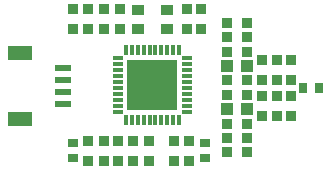
<source format=gbr>
G04 EAGLE Gerber X2 export*
%TF.Part,Single*%
%TF.FileFunction,Paste,Top*%
%TF.FilePolarity,Positive*%
%TF.GenerationSoftware,Autodesk,EAGLE,8.7.1*%
%TF.CreationDate,2021-04-07T17:30:31Z*%
G75*
%MOMM*%
%FSLAX34Y34*%
%LPD*%
%AMOC8*
5,1,8,0,0,1.08239X$1,22.5*%
G01*
%ADD10R,0.889000X0.889000*%
%ADD11R,0.850000X0.300000*%
%ADD12R,0.300000X0.850000*%
%ADD13R,4.250000X4.250000*%
%ADD14R,1.000000X1.000000*%
%ADD15R,2.000000X1.200000*%
%ADD16R,1.350000X0.600000*%
%ADD17R,0.900000X0.700000*%
%ADD18R,1.000000X0.900000*%
%ADD19R,0.700000X0.900000*%


D10*
X160020Y163948D03*
X160020Y146948D03*
X103632Y146948D03*
X103632Y163948D03*
D11*
X160564Y77322D03*
X160564Y82322D03*
X160564Y87322D03*
X160564Y92322D03*
X160564Y97322D03*
X160564Y102322D03*
X160564Y107322D03*
X160564Y112322D03*
X160564Y117322D03*
X160564Y122322D03*
D12*
X153564Y129322D03*
X148564Y129322D03*
X143564Y129322D03*
X138564Y129322D03*
X133564Y129322D03*
X128564Y129322D03*
X123564Y129322D03*
X118564Y129322D03*
X113564Y129322D03*
X108564Y129322D03*
D11*
X101564Y122322D03*
X101564Y117322D03*
X101564Y112322D03*
X101564Y107322D03*
X101564Y102322D03*
X101564Y97322D03*
X101564Y92322D03*
X101564Y87322D03*
X101564Y82322D03*
X101564Y77322D03*
D12*
X108564Y70322D03*
X113564Y70322D03*
X118564Y70322D03*
X123564Y70322D03*
X128564Y70322D03*
X133564Y70322D03*
X138564Y70322D03*
X143564Y70322D03*
X148564Y70322D03*
X153564Y70322D03*
D13*
X131064Y99822D03*
D10*
X211192Y103632D03*
X194192Y103632D03*
X211192Y91440D03*
X194192Y91440D03*
X149352Y35696D03*
X149352Y52696D03*
X211192Y128016D03*
X194192Y128016D03*
X162306Y35696D03*
X162306Y52696D03*
D14*
X194192Y79248D03*
X211192Y79248D03*
X194192Y115824D03*
X211192Y115824D03*
D10*
X236220Y73796D03*
X236220Y90796D03*
X236220Y121276D03*
X236220Y104276D03*
X248412Y73796D03*
X248412Y90796D03*
X248412Y104276D03*
X248412Y121276D03*
X224028Y90796D03*
X224028Y73796D03*
X224028Y121276D03*
X224028Y104276D03*
X211192Y152400D03*
X194192Y152400D03*
X211192Y67056D03*
X194192Y67056D03*
X172212Y146948D03*
X172212Y163948D03*
X211192Y140208D03*
X194192Y140208D03*
D15*
X18622Y127060D03*
X18622Y71060D03*
D16*
X55372Y114060D03*
X55372Y104060D03*
X55372Y94060D03*
X55372Y84060D03*
D10*
X194192Y42672D03*
X211192Y42672D03*
D17*
X175260Y50696D03*
X175260Y37696D03*
D10*
X76200Y35696D03*
X76200Y52696D03*
D17*
X64008Y37696D03*
X64008Y50696D03*
D18*
X143064Y163448D03*
X119064Y163448D03*
X119064Y147448D03*
X143064Y147448D03*
D10*
X211192Y54864D03*
X194192Y54864D03*
X102108Y52696D03*
X102108Y35696D03*
X114300Y35696D03*
X114300Y52696D03*
X89916Y35696D03*
X89916Y52696D03*
X89916Y146948D03*
X89916Y163948D03*
D19*
X258676Y97536D03*
X271676Y97536D03*
D10*
X64008Y146948D03*
X64008Y163948D03*
X76200Y146948D03*
X76200Y163948D03*
X128016Y52696D03*
X128016Y35696D03*
M02*

</source>
